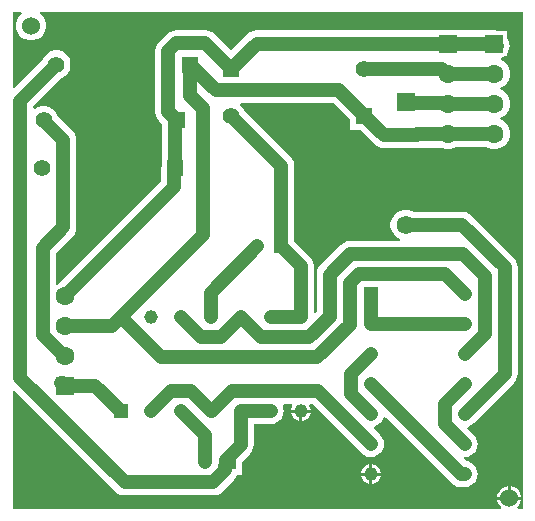
<source format=gbl>
G04*
G04 #@! TF.GenerationSoftware,Altium Limited,Altium Designer,23.4.1 (23)*
G04*
G04 Layer_Physical_Order=2*
G04 Layer_Color=16711680*
%FSLAX44Y44*%
%MOMM*%
G71*
G04*
G04 #@! TF.SameCoordinates,0F4FC61B-9208-49F5-852E-2E7A0A34B3BB*
G04*
G04*
G04 #@! TF.FilePolarity,Positive*
G04*
G01*
G75*
%ADD22R,1.4000X1.4000*%
%ADD23C,1.4000*%
%ADD24R,1.2000X1.2000*%
%ADD25C,1.2000*%
%ADD26C,1.2000*%
%ADD27R,1.5900X1.5900*%
%ADD28C,1.5900*%
%ADD29C,1.5240*%
%ADD30C,1.1700*%
%ADD31R,1.1700X1.1700*%
%ADD32C,1.6000*%
%ADD33R,1.6000X1.6000*%
%ADD34R,1.1700X1.1700*%
G36*
X438150Y11430D02*
X433994D01*
X433468Y12700D01*
X434850Y14082D01*
X436188Y16398D01*
X436880Y18982D01*
Y19050D01*
X416560D01*
Y18982D01*
X417252Y16398D01*
X418590Y14082D01*
X419972Y12700D01*
X419445Y11430D01*
X6350D01*
Y111114D01*
X7523Y111600D01*
X93168Y25955D01*
X95466Y24192D01*
X98142Y23083D01*
X101014Y22705D01*
X176112D01*
X178983Y23083D01*
X181659Y24192D01*
X183957Y25955D01*
X193915Y35913D01*
X195679Y38211D01*
X196337Y39800D01*
X200070D01*
Y50079D01*
X200116Y50425D01*
X207235Y57545D01*
X208999Y59843D01*
X210107Y62519D01*
X210485Y65390D01*
Y82885D01*
X224790D01*
X227662Y83263D01*
X230338Y84372D01*
X232635Y86135D01*
X234398Y88433D01*
X235507Y91108D01*
X235885Y93980D01*
X235507Y96852D01*
X234776Y98615D01*
X235625Y99885D01*
X242531D01*
X243178Y98615D01*
X242372Y97218D01*
X241844Y95250D01*
X250190D01*
X258536D01*
X258008Y97218D01*
X257202Y98615D01*
X257849Y99885D01*
X260014D01*
X301705Y58195D01*
X304002Y56431D01*
X306678Y55323D01*
X309550Y54945D01*
X312422Y55323D01*
X315097Y56431D01*
X317395Y58195D01*
X319158Y60493D01*
X320267Y63168D01*
X320645Y66040D01*
X320267Y68912D01*
X319158Y71588D01*
X317395Y73885D01*
X311789Y79491D01*
X312198Y80694D01*
X312422Y80723D01*
X315097Y81832D01*
X317395Y83595D01*
X319158Y85893D01*
X320267Y88568D01*
X320296Y88792D01*
X321499Y89200D01*
X377905Y32795D01*
X380202Y31031D01*
X382878Y29923D01*
X385750Y29545D01*
X388950D01*
X391822Y29923D01*
X394497Y31031D01*
X396795Y32795D01*
X398559Y35092D01*
X399667Y37768D01*
X400045Y40640D01*
X399667Y43512D01*
X398559Y46188D01*
X396795Y48485D01*
X394497Y50248D01*
X391822Y51357D01*
X390557Y51523D01*
X388257Y53823D01*
X388819Y54962D01*
X388950Y54945D01*
X391822Y55323D01*
X394497Y56431D01*
X396795Y58195D01*
X398559Y60493D01*
X399667Y63168D01*
X400045Y66040D01*
X399667Y68912D01*
X398559Y71588D01*
X396795Y73885D01*
X391189Y79491D01*
X391598Y80694D01*
X391822Y80723D01*
X394497Y81832D01*
X396795Y83595D01*
X430795Y117595D01*
X432558Y119893D01*
X433667Y122568D01*
X434045Y125440D01*
Y215683D01*
X433667Y218555D01*
X432558Y221231D01*
X430795Y223528D01*
X394919Y259405D01*
X392621Y261168D01*
X389945Y262277D01*
X387073Y262655D01*
X345773D01*
X344089Y263627D01*
X340795Y264510D01*
X337385D01*
X334091Y263627D01*
X331138Y261923D01*
X328727Y259512D01*
X327023Y256558D01*
X326140Y253265D01*
Y249855D01*
X327023Y246562D01*
X328727Y243608D01*
X331138Y241197D01*
X334091Y239492D01*
X334419Y239405D01*
X334251Y238135D01*
X292252D01*
X289380Y237757D01*
X286705Y236648D01*
X284407Y234885D01*
X266821Y217300D01*
X265058Y215002D01*
X263950Y212326D01*
X263572Y209455D01*
Y178411D01*
X262458Y177297D01*
X261285Y177783D01*
Y217010D01*
X260907Y219882D01*
X259799Y222557D01*
X258035Y224855D01*
X244615Y238276D01*
Y301800D01*
X244237Y304672D01*
X243129Y307347D01*
X241365Y309645D01*
X202377Y348633D01*
X202332Y348802D01*
X200752Y351538D01*
X199116Y353175D01*
X199641Y354445D01*
X278184D01*
X292150Y340479D01*
Y332170D01*
X300459D01*
X312815Y319815D01*
X315113Y318051D01*
X317788Y316943D01*
X320660Y316565D01*
X348298D01*
X351169Y316943D01*
X351475Y317070D01*
X369193D01*
X369632Y316816D01*
X372938Y315930D01*
X376362D01*
X379668Y316816D01*
X381433Y317835D01*
X407237D01*
X409002Y316816D01*
X412309Y315930D01*
X415732D01*
X419038Y316816D01*
X422002Y318527D01*
X424423Y320948D01*
X426134Y323912D01*
X427020Y327219D01*
Y330642D01*
X426134Y333948D01*
X424423Y336912D01*
X422002Y339333D01*
X419207Y340946D01*
X419116Y341630D01*
X419207Y342314D01*
X422002Y343927D01*
X424423Y346348D01*
X426134Y349312D01*
X427020Y352618D01*
Y356041D01*
X426134Y359348D01*
X424423Y362312D01*
X422002Y364733D01*
X419207Y366346D01*
X419116Y367030D01*
X419207Y367714D01*
X422002Y369327D01*
X424423Y371748D01*
X426134Y374712D01*
X427020Y378018D01*
Y381441D01*
X426134Y384748D01*
X424423Y387712D01*
X422002Y390133D01*
X419789Y391410D01*
X419882Y392823D01*
X421567Y393521D01*
X422960Y394590D01*
X424560D01*
Y396190D01*
X425629Y397583D01*
X426737Y400258D01*
X427115Y403130D01*
X426737Y406002D01*
X425629Y408677D01*
X424560Y410070D01*
Y415670D01*
X417319D01*
X416892Y415847D01*
X414020Y416225D01*
X212740D01*
X209868Y415847D01*
X207193Y414739D01*
X204895Y412975D01*
X191150Y399231D01*
X177185Y413195D01*
X174887Y414958D01*
X172212Y416067D01*
X169340Y416445D01*
X144654D01*
X141782Y416067D01*
X139106Y414958D01*
X136808Y413195D01*
X130365Y406752D01*
X128602Y404454D01*
X127493Y401778D01*
X127115Y398906D01*
Y347550D01*
X127493Y344678D01*
X128602Y342002D01*
X130365Y339705D01*
X133035Y337034D01*
Y303093D01*
X132413Y301592D01*
X132035Y298720D01*
Y288696D01*
X44165Y200826D01*
X42895Y201352D01*
Y227534D01*
X56975Y241614D01*
X58738Y243912D01*
X59847Y246588D01*
X60225Y249459D01*
Y323089D01*
X59847Y325960D01*
X58738Y328636D01*
X56975Y330934D01*
X43825Y344084D01*
X43582Y344992D01*
X42002Y347728D01*
X39768Y349962D01*
X37032Y351542D01*
X33980Y352360D01*
X30820D01*
X27768Y351542D01*
X25032Y349962D01*
X24968Y349899D01*
X23795Y350385D01*
Y352244D01*
X47673Y376123D01*
X47842Y376168D01*
X50578Y377748D01*
X52812Y379982D01*
X54392Y382718D01*
X55210Y385770D01*
Y388930D01*
X54392Y391982D01*
X52812Y394718D01*
X50578Y396952D01*
X47842Y398532D01*
X44790Y399350D01*
X41630D01*
X38578Y398532D01*
X35842Y396952D01*
X33608Y394718D01*
X32028Y391982D01*
X31983Y391813D01*
X7523Y367354D01*
X6350Y367840D01*
Y431800D01*
X13694D01*
X14023Y430573D01*
X13841Y430468D01*
X11492Y428119D01*
X9830Y425241D01*
X8970Y422032D01*
Y418708D01*
X9830Y415499D01*
X11492Y412621D01*
X13841Y410271D01*
X16719Y408610D01*
X19928Y407750D01*
X23252D01*
X26461Y408610D01*
X29339Y410271D01*
X31688Y412621D01*
X33350Y415499D01*
X34210Y418708D01*
Y422032D01*
X33350Y425241D01*
X31688Y428119D01*
X29339Y430468D01*
X29157Y430573D01*
X29486Y431800D01*
X438150D01*
Y11430D01*
D02*
G37*
%LPC*%
G36*
X258536Y92710D02*
X251460D01*
Y85634D01*
X253428Y86162D01*
X255342Y87266D01*
X256904Y88828D01*
X258008Y90742D01*
X258536Y92710D01*
D02*
G37*
G36*
X248920D02*
X241844D01*
X242372Y90742D01*
X243476Y88828D01*
X245038Y87266D01*
X246952Y86162D01*
X248920Y85634D01*
Y92710D01*
D02*
G37*
G36*
X310820Y48986D02*
Y41910D01*
X317896D01*
X317368Y43878D01*
X316264Y45792D01*
X314702Y47354D01*
X312788Y48458D01*
X310820Y48986D01*
D02*
G37*
G36*
X308280D02*
X306312Y48458D01*
X304398Y47354D01*
X302836Y45792D01*
X301732Y43878D01*
X301204Y41910D01*
X308280D01*
Y48986D01*
D02*
G37*
G36*
X317896Y39370D02*
X310820D01*
Y32294D01*
X312788Y32822D01*
X314702Y33926D01*
X316264Y35488D01*
X317368Y37402D01*
X317896Y39370D01*
D02*
G37*
G36*
X308280D02*
X301204D01*
X301732Y37402D01*
X302836Y35488D01*
X304398Y33926D01*
X306312Y32822D01*
X308280Y32294D01*
Y39370D01*
D02*
G37*
G36*
X428058Y30480D02*
X427990D01*
Y21590D01*
X436880D01*
Y21658D01*
X436188Y24242D01*
X434850Y26558D01*
X432958Y28450D01*
X430642Y29788D01*
X428058Y30480D01*
D02*
G37*
G36*
X425450D02*
X425382D01*
X422798Y29788D01*
X420482Y28450D01*
X418590Y26558D01*
X417252Y24242D01*
X416560Y21658D01*
Y21590D01*
X425450D01*
Y30480D01*
D02*
G37*
%LPD*%
D22*
X145400Y340360D02*
D03*
X156210Y387350D02*
D03*
X144130Y299720D02*
D03*
X304150Y344170D02*
D03*
X191150Y383540D02*
D03*
D23*
X32400Y340360D02*
D03*
X43210Y387350D02*
D03*
X31130Y299720D02*
D03*
X191150Y344170D02*
D03*
X304150Y383540D02*
D03*
D24*
X189070Y50800D02*
D03*
X233520Y233680D02*
D03*
D25*
X169070Y50800D02*
D03*
X213520Y233680D02*
D03*
D26*
X191150Y383540D02*
X212740Y405130D01*
X374650D01*
Y379730D02*
X414020D01*
X373568D02*
X374650D01*
X304150Y383540D02*
X304533Y383923D01*
X369758Y383540D02*
X373568Y379730D01*
X304150Y383540D02*
X369758D01*
X371950Y99840D02*
X388950Y116840D01*
X371950Y83040D02*
Y99840D01*
Y83040D02*
X388950Y66040D01*
X292550Y125240D02*
X309550Y142240D01*
X292550Y108440D02*
Y125240D01*
Y108440D02*
X309550Y91440D01*
X291667Y202413D02*
X299294Y210040D01*
X274667Y209455D02*
X292252Y227040D01*
X309550Y167640D02*
Y193040D01*
X292252Y227040D02*
X387552D01*
X371950Y210040D02*
X388950Y193040D01*
X299294Y210040D02*
X371950D01*
X387552Y227040D02*
X405950Y208642D01*
X12700Y122114D02*
X101014Y33800D01*
X12700Y356840D02*
X43210Y387350D01*
X12700Y122114D02*
Y356840D01*
X31800Y158500D02*
X48565Y141735D01*
X31800Y158500D02*
Y232129D01*
X49130Y249459D01*
X50035Y141735D02*
X50800Y140970D01*
X49718D02*
X50800D01*
X48565Y141735D02*
X50035D01*
X169070Y50800D02*
Y73500D01*
X148590Y93980D02*
X169070Y73500D01*
X374650Y405130D02*
X414020D01*
X416020Y403130D01*
X304150Y344170D02*
X320660Y327660D01*
X282780Y365540D02*
X304150Y344170D01*
X178020Y365540D02*
X282780D01*
X320660Y327660D02*
X348298D01*
X49130Y249459D02*
Y323089D01*
X32400Y339819D02*
Y340360D01*
Y339819D02*
X49130Y323089D01*
X173990Y173380D02*
Y194150D01*
X213520Y233680D01*
X264610Y110980D02*
X309550Y66040D01*
X192348Y110980D02*
X264610D01*
X388950Y91440D02*
X422950Y125440D01*
Y215683D01*
X387073Y251560D02*
X422950Y215683D01*
X339090Y251560D02*
X387073D01*
X405950Y159240D02*
Y208642D01*
X309550Y116840D02*
X385750Y40640D01*
X388950D01*
X309550Y167640D02*
X388950D01*
Y142240D02*
X405950Y159240D01*
X291667Y166774D02*
Y202413D01*
X274667Y173815D02*
Y209455D01*
X257232Y156380D02*
X274667Y173815D01*
X264273Y139380D02*
X291667Y166774D01*
X131790Y139380D02*
X264273D01*
X97790Y173380D02*
X131790Y139380D01*
X216390Y156380D02*
X257232D01*
X233520Y233680D02*
X250190Y217010D01*
Y173380D02*
Y217010D01*
X50800Y166370D02*
X90780D01*
X97790Y173380D01*
X374650Y328930D02*
X414020D01*
X374650Y354330D02*
X414020D01*
X373885Y328165D02*
X374650Y328930D01*
X348802Y328165D02*
X373885D01*
X348298Y327660D02*
X348802Y328165D01*
X339090Y355500D02*
X339675Y354915D01*
X374065D01*
X374650Y354330D01*
X156210Y387350D02*
X178020Y365540D01*
X144654Y405350D02*
X169340D01*
X191150Y383540D01*
X138210Y398906D02*
X144654Y405350D01*
X138210Y347550D02*
Y398906D01*
Y347550D02*
X145400Y340360D01*
X156210Y361110D02*
X167130Y350190D01*
X156210Y361110D02*
Y387350D01*
X167130Y242720D02*
Y350190D01*
X144130Y299720D02*
Y339090D01*
X145400Y340360D01*
X50800Y191770D02*
X143130Y284100D01*
Y298720D01*
X144130Y299720D01*
X97790Y173380D02*
X167130Y242720D01*
X47330Y117570D02*
X48800D01*
X50800Y115570D01*
X191150Y344170D02*
X233520Y301800D01*
Y233680D02*
Y301800D01*
X199390Y173380D02*
X216390Y156380D01*
X175348Y93980D02*
X192348Y110980D01*
X173990Y93980D02*
X175348D01*
X182390Y156380D02*
X199390Y173380D01*
X165590Y156380D02*
X182390D01*
X148590Y173380D02*
X165590Y156380D01*
X101014Y33800D02*
X176112D01*
X224790Y173380D02*
X250190D01*
X186935Y52935D02*
X199390Y65390D01*
X186070Y47800D02*
X189070Y50800D01*
X186070Y43758D02*
Y47800D01*
X176112Y33800D02*
X186070Y43758D01*
X199390Y65390D02*
Y93980D01*
X224790D01*
X50800Y115570D02*
X76200D01*
X97790Y93980D01*
X123190D02*
X140190Y110980D01*
X156990D01*
X173990Y93980D01*
D27*
X339090Y355500D02*
D03*
D28*
Y251560D02*
D03*
D29*
X21590Y420370D02*
D03*
X426720Y20320D02*
D03*
D30*
X97790Y173380D02*
D03*
X123190D02*
D03*
X148590D02*
D03*
X173990D02*
D03*
X199390D02*
D03*
X224790D02*
D03*
X250190D02*
D03*
Y93980D02*
D03*
X224790D02*
D03*
X199390D02*
D03*
X173990D02*
D03*
X148590D02*
D03*
X123190D02*
D03*
X309550Y167640D02*
D03*
Y142240D02*
D03*
Y116840D02*
D03*
Y91440D02*
D03*
Y66040D02*
D03*
Y40640D02*
D03*
X388950D02*
D03*
Y66040D02*
D03*
Y91440D02*
D03*
Y116840D02*
D03*
Y142240D02*
D03*
Y167640D02*
D03*
Y193040D02*
D03*
D31*
X97790Y93980D02*
D03*
D32*
X414020Y379730D02*
D03*
Y354330D02*
D03*
Y328930D02*
D03*
X50800Y140970D02*
D03*
Y166370D02*
D03*
Y191770D02*
D03*
X374650Y379730D02*
D03*
Y354330D02*
D03*
Y328930D02*
D03*
D33*
X414020Y405130D02*
D03*
X50800Y115570D02*
D03*
X374650Y405130D02*
D03*
D34*
X309550Y193040D02*
D03*
M02*

</source>
